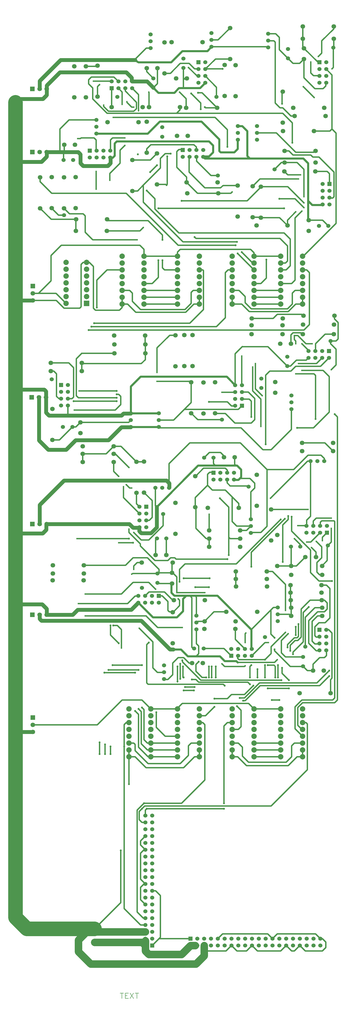
<source format=gtl>
G04 Layer: TopLayer*
G04 EasyEDA v6.1.52, Thu, 18 Jul 2019 05:09:05 GMT*
G04 8382f10332f7419696121afc9098c204,10*
G04 Gerber Generator version 0.2*
G04 Scale: 100 percent, Rotated: No, Reflected: No *
G04 Dimensions in millimeters *
G04 leading zeros omitted , absolute positions ,3 integer and 3 decimal *
%FSLAX33Y33*%
%MOMM*%
G90*
G71D02*

%ADD11C,2.799994*%
%ADD12C,0.499999*%
%ADD13C,0.799998*%
%ADD14C,1.399997*%
%ADD15C,5.399989*%
%ADD16C,0.203200*%
%ADD17C,0.750011*%
%ADD18C,0.619760*%
%ADD19C,1.699997*%
%ADD20R,1.699997X1.699997*%
%ADD22C,1.999996*%
%ADD23R,1.524000X1.524000*%
%ADD24C,1.524000*%

%LPD*%
G54D11*
G01X32941Y38313D02*
G01X50586Y38313D01*
G01X51816Y37084D01*
G01X51816Y38862D02*
G01X51816Y37084D01*
G01X51816Y37084D02*
G01X51816Y35052D01*
G01X53086Y33782D01*
G01X65278Y33782D01*
G01X68580Y37084D01*
G01X70358Y37084D02*
G01X68580Y37084D01*
G54D12*
G01X73660Y37084D02*
G01X73660Y36068D01*
G01X74676Y35052D01*
G01X81788Y35052D01*
G01X83820Y37084D01*
G01X83820Y37084D02*
G01X85852Y35052D01*
G01X89408Y35052D01*
G01X91440Y37084D01*
G01X91440Y37084D02*
G01X93472Y35052D01*
G01X102108Y35052D01*
G01X104140Y37084D01*
G01X104140Y37084D02*
G01X106172Y35052D01*
G01X107188Y35052D01*
G01X109220Y37084D01*
G01X116840Y39624D02*
G01X117602Y39624D01*
G01X118872Y38354D01*
G01X118872Y36322D01*
G01X117602Y35052D01*
G01X111252Y35052D01*
G01X109220Y37084D01*
G01X116840Y39624D02*
G01X115062Y41402D01*
G01X100838Y41402D01*
G01X99060Y39624D01*
G01X99060Y39624D02*
G01X97282Y41402D01*
G01X80518Y41402D01*
G01X78740Y39624D01*
G01X51816Y59944D02*
G01X51308Y59944D01*
G01X50038Y58674D01*
G01X50038Y54102D01*
G01X51816Y52324D01*
G01X51816Y72644D02*
G01X51308Y72644D01*
G01X50038Y71374D01*
G01X50038Y61722D01*
G01X51816Y59944D01*
G01X51816Y77724D02*
G01X50038Y75946D01*
G01X50038Y74422D01*
G01X51816Y72644D01*
G01X45720Y109728D02*
G01X45720Y107188D01*
G01X53848Y124968D02*
G01X63754Y124968D01*
G01X53848Y107188D02*
G01X63754Y107188D01*
G01X53848Y109728D02*
G01X63754Y109728D01*
G01X53848Y112268D02*
G01X63754Y112268D01*
G01X92202Y107188D02*
G01X102108Y107188D01*
G01X92202Y109728D02*
G01X102108Y109728D01*
G01X92202Y112268D02*
G01X102108Y112268D01*
G01X92202Y124968D02*
G01X102108Y124968D01*
G01X110236Y107188D02*
G01X110236Y109728D01*
G01X84074Y107188D02*
G01X84074Y109728D01*
G01X84074Y112268D02*
G01X86360Y112268D01*
G01X87884Y110744D01*
G01X87884Y107442D01*
G01X90170Y105156D01*
G01X104140Y105156D01*
G01X106172Y107188D01*
G01X106172Y111252D01*
G01X107188Y112268D01*
G01X110236Y112268D01*
G01X71882Y109728D02*
G01X71882Y107188D01*
G01X71882Y112268D02*
G01X68834Y112268D01*
G01X67818Y111252D01*
G01X67818Y107696D01*
G01X64770Y104648D01*
G01X52832Y104648D01*
G01X48006Y109474D01*
G01X48006Y111760D01*
G01X47498Y112268D01*
G01X45720Y112268D01*
G01X110236Y107188D02*
G01X108204Y107188D01*
G01X104902Y103886D01*
G01X89408Y103886D01*
G01X86106Y107188D01*
G01X84074Y107188D01*
G01X45720Y107188D02*
G01X48006Y107188D01*
G01X52070Y103124D01*
G01X66040Y103124D01*
G01X70104Y107188D01*
G01X71882Y107188D01*
G01X99433Y142240D02*
G01X86113Y142240D01*
G54D13*
G01X78595Y167022D02*
G01X91186Y154432D01*
G01X91186Y147327D01*
G01X91302Y147210D01*
G54D12*
G01X51816Y47244D02*
G01X51054Y47244D01*
G01X48768Y49530D01*
G01X48768Y87122D01*
G01X48768Y87122D02*
G01X48768Y87376D01*
G01X51308Y89916D01*
G01X51308Y89916D02*
G01X51308Y89916D01*
G01X65278Y89916D01*
G01X73914Y98552D01*
G01X73914Y119126D01*
G01X73152Y119888D01*
G01X71882Y119888D01*
G01X51816Y44704D02*
G01X50038Y44704D01*
G01X43942Y50800D01*
G01X43942Y110998D01*
G01X43942Y110998D02*
G01X43942Y119126D01*
G01X44704Y119888D01*
G01X45720Y119888D01*
G01X51816Y82804D02*
G01X50546Y82804D01*
G01X49530Y83820D01*
G01X49530Y86868D01*
G01X49530Y86868D02*
G01X50546Y87884D01*
G01X50546Y87884D02*
G01X51562Y88900D01*
G01X98552Y88900D01*
G01X112014Y102362D01*
G01X112014Y119380D01*
G01X111506Y119888D01*
G01X110236Y119888D01*
G01X51816Y85344D02*
G01X51816Y87376D01*
G01X52324Y87884D01*
G01X52324Y87884D02*
G01X81026Y87884D01*
G01X100076Y136652D02*
G01X100076Y140746D01*
G01X99598Y141224D01*
G01X97282Y141224D01*
G01X96266Y136652D02*
G01X96266Y141224D01*
G01X96266Y143256D02*
G01X86614Y143256D01*
G01X86106Y143764D01*
G01X86106Y144556D01*
G01X86222Y144670D01*
G01X81280Y133604D02*
G01X80772Y134112D01*
G01X63500Y134112D01*
G01X63754Y135128D02*
G01X63754Y140716D01*
G01X102362Y135636D02*
G01X72390Y135636D01*
G01X65580Y142445D01*
G01X10012Y119062D02*
G01X33972Y119062D01*
G01X43180Y128270D01*
G01X50546Y128270D01*
G01X53848Y124968D01*
G01X63754Y124968D02*
G01X63754Y125222D01*
G01X65532Y127000D01*
G01X90170Y127000D01*
G01X92202Y124968D01*
G01X45720Y97028D02*
G01X45720Y107188D01*
G01X63754Y114808D02*
G01X59182Y114808D01*
G01X55880Y118110D01*
G01X55880Y123698D01*
G54D13*
G01X55996Y200014D02*
G01X71374Y215392D01*
G01X85852Y215392D01*
G54D12*
G01X81026Y89916D02*
G01X81026Y118618D01*
G01X82296Y119888D01*
G01X84074Y119888D01*
G01X74422Y136652D02*
G01X72898Y136652D01*
G01X70612Y138938D01*
G01X70612Y141478D01*
G01X71628Y142494D01*
G01X75438Y136652D02*
G01X75438Y140716D01*
G01X107696Y152400D02*
G01X107696Y155448D01*
G01X82804Y182118D02*
G01X82804Y199898D01*
G01X79502Y203200D01*
G01X77978Y136652D02*
G01X77978Y140716D01*
G01X75692Y173482D02*
G01X66040Y173482D01*
G01X70104Y133096D02*
G01X66548Y133096D01*
G01X66040Y136652D02*
G01X65786Y136652D01*
G01X65786Y140716D01*
G54D14*
G01X12509Y159913D02*
G01X12509Y158432D01*
G01X13208Y157734D01*
G01X42387Y157734D01*
G01X15179Y193654D02*
G01X37952Y193654D01*
G54D12*
G01X82296Y180594D02*
G01X65532Y180594D01*
G01X110236Y117348D02*
G01X109982Y117348D01*
G01X108458Y118872D01*
G01X108458Y125476D01*
G01X110236Y127254D01*
G01X122174Y127254D01*
G01X123190Y128270D01*
G01X123190Y233426D01*
G01X122174Y234442D01*
G01X110236Y114808D02*
G01X107442Y117602D01*
G01X107442Y125730D01*
G01X109982Y128270D01*
G01X121412Y128270D01*
G01X122174Y129032D01*
G01X122174Y187706D01*
G01X85199Y245226D02*
G01X85199Y256900D01*
G01X87807Y259511D01*
G01X87884Y259588D01*
G01X88138Y128016D02*
G01X88900Y128016D01*
G01X94488Y133604D01*
G01X116586Y133604D01*
G01X120142Y137160D01*
G01X86868Y129032D02*
G01X88646Y129032D01*
G01X94234Y134620D01*
G01X115570Y134620D01*
G01X120142Y139192D01*
G01X113192Y183987D02*
G01X107061Y190119D01*
G01X106172Y191008D01*
G01X106172Y191008D02*
G01X106172Y196342D01*
G01X76454Y136652D02*
G01X76454Y140208D01*
G01X76454Y140208D02*
G01X76454Y140716D01*
G01X91186Y177800D02*
G01X91186Y183134D01*
G01X103632Y195580D01*
G01X91186Y233426D02*
G01X91186Y239268D01*
G01X90424Y240030D01*
G01X87853Y240030D01*
G01X87739Y240146D01*
G01X71882Y122428D02*
G01X74168Y122428D01*
G01X77470Y125730D01*
G01X77470Y128778D02*
G01X82296Y128778D01*
G01X83820Y130302D01*
G01X88646Y130302D01*
G01X91948Y133604D01*
G01X93472Y136652D02*
G01X93472Y139700D01*
G01X102870Y179578D02*
G01X102870Y193040D01*
G01X108204Y229362D02*
G01X114300Y229362D01*
G01X120142Y235204D01*
G01X120142Y248412D01*
G01X120142Y248412D01*
G01X69850Y131826D02*
G01X66040Y131826D01*
G01X65580Y142445D02*
G01X65580Y142953D01*
G01X65532Y143002D01*
G01X64770Y136144D02*
G01X64770Y141732D01*
G01X64516Y172212D02*
G01X64516Y176784D01*
G01X66548Y178816D01*
G01X85598Y178816D01*
G01X102108Y195326D01*
G01X96520Y223266D02*
G01X96520Y248904D01*
G01X98044Y250444D01*
G01X41910Y149352D02*
G01X38862Y152400D01*
G01X38862Y155956D01*
G01X75438Y239014D02*
G01X82296Y239014D01*
G01X83820Y237490D01*
G01X85082Y237490D01*
G01X85199Y237606D01*
G01X92202Y275336D02*
G01X102108Y275336D01*
G01X92202Y277876D02*
G01X102108Y277876D01*
G01X92202Y280416D02*
G01X102108Y280416D01*
G01X110236Y277876D02*
G01X110236Y275336D01*
G01X84074Y277876D02*
G01X84074Y275336D01*
G01X43180Y277876D02*
G01X43180Y275336D01*
G01X51308Y277876D02*
G01X63754Y277876D01*
G01X51308Y280416D02*
G01X63754Y280416D01*
G01X51308Y275336D02*
G01X63754Y275336D01*
G01X71882Y275336D02*
G01X71882Y277876D01*
G01X43180Y275336D02*
G01X45212Y275336D01*
G01X48260Y272288D01*
G01X66802Y272288D01*
G01X69850Y275336D01*
G01X71882Y275336D01*
G01X84074Y275336D02*
G01X87630Y275336D01*
G01X90424Y272542D01*
G01X104902Y272542D01*
G01X107696Y275336D01*
G01X110236Y275336D01*
G01X50546Y273304D02*
G01X64536Y273304D01*
G01X64536Y273304D02*
G01X66548Y273304D01*
G01X68834Y275590D01*
G01X68834Y279654D01*
G01X69596Y280416D01*
G01X71882Y280416D01*
G01X50546Y273304D02*
G01X50038Y273304D01*
G01X46990Y276352D01*
G01X46990Y279400D01*
G01X45974Y280416D01*
G01X43180Y280416D01*
G01X84074Y280416D02*
G01X86614Y280416D01*
G01X88900Y278130D01*
G01X88900Y275844D01*
G01X91186Y273558D01*
G01X104648Y273558D01*
G01X106426Y275336D01*
G01X106426Y279400D01*
G01X107442Y280416D01*
G01X110236Y280416D01*
G01X53848Y112268D02*
G01X52578Y112268D01*
G01X51308Y113538D01*
G01X51308Y124714D01*
G01X50546Y125476D01*
G01X53848Y109728D02*
G01X52578Y109728D01*
G01X50292Y112014D01*
G01X50292Y123952D01*
G01X49276Y124968D01*
G01X53848Y107188D02*
G01X52832Y107188D01*
G01X49276Y110744D01*
G01X49276Y122936D01*
G01X48006Y124206D01*
G01X48006Y138430D02*
G01X36576Y138430D01*
G01X49276Y139446D02*
G01X38100Y139446D01*
G01X50546Y141224D02*
G01X39624Y141224D01*
G01X33782Y274066D02*
G01X33782Y284226D01*
G01X37592Y288036D01*
G01X43180Y288036D01*
G01X38862Y108204D02*
G01X38862Y110998D01*
G01X32766Y268224D02*
G01X68326Y268224D01*
G01X73406Y273304D01*
G01X73406Y287782D01*
G01X73152Y288036D01*
G01X71882Y288036D01*
G01X36830Y108204D02*
G01X36830Y111760D01*
G01X31750Y266954D02*
G01X78232Y266954D01*
G01X81534Y270256D01*
G01X81534Y287020D01*
G01X82550Y288036D01*
G01X84074Y288036D01*
G01X34798Y108204D02*
G01X34798Y112522D01*
G01X30734Y265684D02*
G01X110744Y265684D01*
G01X112776Y267716D01*
G01X112776Y287020D01*
G01X111760Y288036D01*
G01X110236Y288036D01*
G01X51308Y293116D02*
G01X63754Y293116D01*
G01X63754Y293116D02*
G01X63754Y294640D01*
G01X64770Y295656D01*
G01X90932Y295656D01*
G01X92202Y294386D01*
G01X92202Y293672D01*
G01X92202Y293116D02*
G01X102108Y293116D01*
G01X10012Y279336D02*
G01X18605Y279336D01*
G01X22352Y275590D01*
G01X10012Y279336D02*
G01X12128Y279336D01*
G01X16764Y283972D01*
G01X16764Y293370D01*
G01X20574Y297180D01*
G01X49784Y297180D01*
G01X51308Y295656D01*
G01X51308Y293116D01*
G01X10012Y276666D02*
G01X18735Y276666D01*
G01X21590Y273812D01*
G01X27432Y273812D01*
G01X27940Y274320D01*
G01X27940Y290068D01*
G01X28702Y290830D01*
G01X29972Y290830D01*
G01X29972Y290830D02*
G01X30988Y290830D01*
G01X32512Y289306D01*
G01X32512Y273812D01*
G01X33274Y273050D01*
G01X42164Y273050D01*
G01X43180Y274066D01*
G01X43180Y275336D01*
G01X41148Y239268D02*
G01X25146Y239268D01*
G54D13*
G01X39624Y329692D02*
G01X40386Y330454D01*
G01X40386Y335026D01*
G01X41148Y335788D01*
G01X75438Y335788D01*
G01X76962Y334264D01*
G01X76962Y331724D01*
G01X75438Y330200D01*
G01X73413Y330200D01*
G01X73268Y330055D01*
G01X73268Y330052D02*
G01X73914Y329438D01*
G01X110236Y329438D01*
G54D14*
G01X15179Y331830D02*
G01X26845Y331830D01*
G54D13*
G01X61219Y365135D02*
G01X49159Y365135D01*
G01X48260Y365760D01*
G54D14*
G01X12509Y355239D02*
G01X12509Y358203D01*
G01X20320Y366014D01*
G01X48006Y366014D01*
G54D12*
G01X110236Y293116D02*
G01X110490Y293116D01*
G01X122682Y305308D01*
G01X122682Y338836D01*
G01X121158Y340360D01*
G01X121158Y351251D01*
G01X102108Y282956D02*
G01X106172Y282956D01*
G01X107442Y284226D01*
G01X107442Y307340D01*
G01X109982Y309880D01*
G01X80518Y362712D02*
G01X74175Y362712D01*
G01X74061Y362595D01*
G01X106426Y335280D02*
G01X106426Y342646D01*
G01X102870Y346202D01*
G01X46482Y346202D01*
G01X82296Y333756D02*
G01X82296Y340106D01*
G01X77724Y344678D01*
G01X46032Y344678D01*
G01X51308Y282956D02*
G01X54356Y282956D01*
G01X56642Y285242D01*
G01X56642Y291592D01*
G01X56642Y310896D02*
G01X103378Y310896D01*
G01X63754Y288036D02*
G01X58928Y288036D01*
G01X58166Y288798D01*
G01X58166Y291592D01*
G01X65278Y313690D02*
G01X89662Y313690D01*
G01X94221Y318249D01*
G01X94762Y318975D01*
G01X92202Y290576D02*
G01X91694Y290576D01*
G01X87630Y294640D01*
G01X85852Y298450D02*
G01X65786Y298450D01*
G01X51054Y313182D01*
G01X51054Y319532D01*
G01X57404Y325882D01*
G01X57404Y329438D01*
G01X59182Y331216D01*
G01X61214Y331216D01*
G01X92202Y282956D02*
G01X94742Y282956D01*
G01X96774Y284988D01*
G01X96774Y291846D01*
G01X92202Y288036D02*
G01X86106Y294132D01*
G01X102108Y290576D02*
G01X103886Y290576D01*
G01X104648Y291338D01*
G01X104648Y296926D01*
G01X101854Y299720D01*
G01X70612Y299720D01*
G01X70104Y300228D01*
G01X102108Y288036D02*
G01X104140Y288036D01*
G01X105664Y289560D01*
G01X105664Y299466D01*
G01X103378Y301752D01*
G01X64262Y301752D01*
G01X55372Y310642D01*
G01X55372Y314452D01*
G01X52324Y317500D01*
G01X108712Y364744D02*
G01X106707Y364744D01*
G01X104838Y366613D01*
G01X108712Y364744D02*
G01X109141Y364744D01*
G01X110744Y366346D01*
G01X56309Y362966D02*
G01X56309Y357200D01*
G01X54800Y355691D01*
G01X67231Y359156D02*
G01X66484Y359156D01*
G01X65976Y358648D01*
G01X21671Y334518D02*
G01X21671Y332308D01*
G01X21191Y331830D01*
G01X21427Y328866D02*
G01X21427Y331482D01*
G01X21082Y331830D01*
G01X112522Y306496D02*
G01X117655Y306496D01*
G01X119796Y304355D01*
G01X78858Y316504D02*
G01X71168Y316504D01*
G01X67104Y320568D01*
G01X70337Y211444D02*
G01X70477Y211444D01*
G01X73406Y214376D01*
G01X81534Y214376D01*
G01X82296Y213614D01*
G01X82296Y212844D01*
G01X82158Y212704D01*
G01X114124Y139192D02*
G01X112041Y139192D01*
G01X110426Y140807D01*
G01X69941Y147383D02*
G01X69088Y147828D01*
G01X69088Y166260D01*
G01X68326Y167022D01*
G01X61722Y171530D02*
G01X56589Y171530D01*
G01X56323Y171795D01*
G54D11*
G01X32941Y43314D02*
G01X31122Y43314D01*
G01X26924Y39116D01*
G01X26924Y34798D01*
G01X31496Y30226D01*
G01X70612Y30226D01*
G01X73660Y33274D01*
G01X73660Y37084D01*
G54D12*
G01X68580Y39624D02*
G01X56896Y39624D01*
G01X54356Y37084D01*
G01X42672Y72390D02*
G01X42672Y53045D01*
G01X32941Y43314D01*
G54D13*
G01X85852Y215392D02*
G01X87376Y213868D01*
G01X87376Y211074D01*
G01X86360Y210058D01*
G01X84805Y210058D01*
G01X84698Y210164D01*
G54D15*
G01X32941Y43314D02*
G01X7739Y43314D01*
G01X3556Y47498D01*
G01X3556Y350266D01*
G54D11*
G01X51816Y42164D02*
G01X34089Y42164D01*
G01X32941Y43314D01*
G54D14*
G01X10012Y116392D02*
G01X3601Y116392D01*
G01X3556Y116344D01*
G01X15179Y159913D02*
G01X15179Y162112D01*
G01X13462Y163830D01*
G01X3627Y163830D01*
G01X3556Y163758D01*
G01X10012Y276666D02*
G01X3619Y276666D01*
G01X3556Y276603D01*
G01X15179Y355239D02*
G01X15179Y352999D01*
G01X13716Y351536D01*
G01X3556Y351536D01*
G54D12*
G01X72390Y347726D02*
G01X72390Y350012D01*
G01X68834Y353568D01*
G01X63500Y134112D02*
G01X52832Y134112D01*
G01X52324Y134620D01*
G01X52324Y148844D01*
G01X53086Y149606D01*
G01X69088Y135890D02*
G01X70612Y135890D01*
G01X71628Y134874D01*
G01X89916Y134874D01*
G01X90678Y134112D01*
G01X90678Y136652D02*
G01X90678Y140716D01*
G01X91186Y141224D01*
G01X98806Y128270D02*
G01X101600Y128270D01*
G01X101092Y136652D02*
G01X101092Y140970D01*
G01X101092Y140970D02*
G01X101092Y141224D01*
G01X41148Y243078D02*
G01X27178Y243078D01*
G01X39878Y155956D02*
G01X41402Y155956D01*
G01X42926Y154432D01*
G01X42926Y147574D01*
G01X84074Y117348D02*
G01X86360Y117348D01*
G01X87376Y118364D01*
G01X87376Y124460D01*
G01X85852Y125984D01*
G01X113192Y183987D02*
G01X113192Y175605D01*
G01X116332Y172466D01*
G01X121158Y172466D01*
G01X70358Y170180D02*
G01X75438Y170180D01*
G01X53594Y324358D02*
G01X56134Y326898D01*
G01X59944Y330200D02*
G01X59944Y319786D01*
G01X59690Y319532D01*
G54D13*
G01X62514Y353852D02*
G01X64262Y355600D01*
G01X72143Y355600D01*
G01X74061Y357515D01*
G54D12*
G01X65976Y363057D02*
G01X65976Y355600D01*
G01X65913Y355600D01*
G01X54356Y57404D02*
G01X55626Y57404D01*
G01X57404Y55626D01*
G01X57404Y40132D01*
G01X56896Y39624D01*
G01X99433Y142240D02*
G01X99822Y142240D01*
G01X100838Y143256D01*
G01X100909Y160088D02*
G01X105369Y160088D01*
G01X105966Y159491D01*
G01X101019Y162628D02*
G01X99382Y162628D01*
G01X91186Y154432D01*
G01X70793Y159580D02*
G01X70793Y166449D01*
G01X70220Y167022D01*
G54D13*
G01X67564Y144526D02*
G01X79502Y144526D01*
G01X81280Y142748D01*
G01X85605Y142748D01*
G01X86113Y142240D01*
G54D12*
G01X70793Y154500D02*
G01X70793Y149170D01*
G01X71628Y148336D01*
G01X71628Y145439D01*
G01X70714Y144526D01*
G01X73795Y157500D02*
G01X71253Y157500D01*
G01X70793Y157040D01*
G01X81836Y161015D02*
G01X77311Y161015D01*
G01X73795Y157500D01*
G01X73442Y147384D02*
G01X80970Y147384D01*
G01X83682Y144672D01*
G54D13*
G01X67564Y144526D02*
G01X65024Y147066D01*
G01X62230Y147066D01*
G54D14*
G01X62230Y147066D02*
G01X60960Y147066D01*
G01X50292Y157734D01*
G01X42387Y157734D01*
G54D12*
G01X58855Y138498D02*
G01X56319Y138498D01*
G01X54610Y140208D01*
G01X54610Y149860D01*
G01X49530Y154940D01*
G01X52307Y362949D02*
G01X52307Y361684D01*
G01X54799Y359192D01*
G01X53776Y370400D02*
G01X52138Y370400D01*
G01X47752Y366014D01*
G01X76381Y370908D02*
G01X97209Y370908D01*
G01X97463Y370654D01*
G01X110284Y378439D02*
G01X110284Y378439D01*
G01X110284Y373867D01*
G01X110284Y373867D02*
G01X110284Y370791D01*
G01X110727Y370348D01*
G54D14*
G01X15180Y331829D02*
G01X15180Y330140D01*
G01X13208Y328168D01*
G01X3571Y328168D01*
G01X3556Y328183D01*
G54D13*
G01X33599Y338650D02*
G01X52646Y338650D01*
G01X57150Y343154D01*
G01X72644Y343154D01*
G01X79248Y336550D01*
G01X79248Y332232D01*
G01X79756Y331724D01*
G01X84836Y331724D01*
G01X86106Y332994D01*
G01X86106Y336290D01*
G01X86177Y336364D01*
G01X86177Y341444D02*
G01X87815Y341444D01*
G01X89662Y339598D01*
G01X89662Y330347D01*
G01X90571Y329438D01*
G54D12*
G01X78858Y316504D02*
G01X83586Y316504D01*
G01X84074Y316992D01*
G01X67104Y320568D02*
G01X67104Y322531D01*
G01X63500Y326136D01*
G01X63500Y331978D01*
G01X64262Y332740D01*
G01X65502Y332740D01*
G01X65648Y332593D01*
G54D13*
G01X46409Y229684D02*
G01X56823Y229684D01*
G01X46409Y234764D02*
G01X56823Y234764D01*
G54D12*
G01X56823Y232224D02*
G01X62298Y232224D01*
G01X66294Y236220D01*
G01X86351Y236220D01*
G01X87737Y237606D01*
G01X68813Y246331D02*
G01X68813Y238739D01*
G01X66294Y236220D01*
G01X106099Y236288D02*
G01X106099Y228781D01*
G01X98552Y221234D01*
G01X95504Y221234D01*
G01X87376Y229362D01*
G01X57145Y229362D01*
G01X56823Y229684D01*
G01X105966Y178074D02*
G01X105966Y185145D01*
G01X105881Y185230D01*
G01X55609Y182134D02*
G01X55609Y187790D01*
G01X56097Y188278D01*
G01X59609Y182118D02*
G01X59609Y188266D01*
G01X59598Y188278D01*
G54D14*
G01X3556Y190131D02*
G01X13601Y190131D01*
G01X14986Y191516D01*
G01X14986Y193459D01*
G01X15180Y193653D01*
G01X12510Y193653D02*
G01X12510Y200724D01*
G01X21590Y209804D01*
G01X59690Y209804D01*
G01X60706Y208788D01*
G01X60706Y207150D01*
G01X60637Y207082D01*
G54D12*
G01X85009Y218440D02*
G01X85009Y215808D01*
G01X85426Y215392D01*
G01X77124Y218250D02*
G01X77124Y216111D01*
G01X77843Y215392D01*
G01X81009Y218456D02*
G01X81009Y218964D01*
G01X79756Y220218D01*
G01X75591Y220218D01*
G01X73623Y218250D01*
G01X60637Y207081D02*
G01X60637Y216085D01*
G01X68326Y223774D01*
G01X87122Y223774D01*
G01X97028Y213868D01*
G01X97028Y213868D02*
G01X97028Y192786D01*
G01X94742Y190500D01*
G01X91190Y190500D01*
G01X91004Y190314D01*
G01X91004Y195394D02*
G01X91004Y205558D01*
G01X92456Y207010D01*
G01X92456Y208788D01*
G01X90678Y210566D01*
G01X86868Y210566D01*
G01X86360Y210058D01*
G01X91004Y192854D02*
G01X85783Y192854D01*
G01X84074Y194564D01*
G01X84074Y203708D01*
G01X81534Y206248D01*
G01X76708Y206248D01*
G01X74930Y208026D01*
G01X74930Y212090D01*
G01X75692Y212852D01*
G01X76932Y212852D01*
G01X77078Y212705D01*
G01X70337Y199946D02*
G01X70337Y203433D01*
G01X74930Y208026D01*
G01X86478Y199664D02*
G01X86478Y201303D01*
G01X84074Y203708D01*
G01X97028Y213868D02*
G01X106934Y213868D01*
G01X112268Y219202D01*
G01X117094Y219202D01*
G01X118364Y217932D01*
G01X118364Y217055D01*
G01X118295Y216987D01*
G01X113215Y216988D02*
G01X112086Y216988D01*
G01X98298Y203200D01*
G01X105966Y178074D02*
G01X107938Y178074D01*
G01X111235Y181372D01*
G01X102870Y193040D02*
G01X102870Y193294D01*
G01X104902Y195326D01*
G01X104902Y196596D01*
G01X29697Y363679D02*
G01X33761Y363679D01*
G01X34015Y363933D01*
G01X78437Y348254D02*
G01X74147Y348254D01*
G01X73914Y348488D01*
G01X66937Y348254D02*
G01X66937Y351654D01*
G01X64516Y354076D01*
G54D13*
G01X61219Y365135D02*
G01X61351Y365135D01*
G01X65532Y369316D01*
G01X74789Y369316D01*
G01X76381Y370908D01*
G54D12*
G01X58907Y361069D02*
G01X61095Y361069D01*
G01X64770Y364744D01*
G01X68072Y364744D01*
G01X70104Y362712D01*
G01X71403Y362712D01*
G01X71520Y362595D01*
G01X83291Y366403D02*
G01X77868Y366403D01*
G01X74060Y362595D01*
G01X76381Y373448D02*
G01X78836Y373448D01*
G01X83291Y377903D01*
G01X53134Y348467D02*
G01X53134Y354027D01*
G01X53086Y354076D01*
G01X25956Y302534D02*
G01X25956Y306724D01*
G01X26043Y306811D01*
G01X26043Y306811D02*
G01X16812Y306811D01*
G01X12679Y310944D01*
G01X37456Y302534D02*
G01X49804Y302534D01*
G01X51054Y303784D01*
G01X91673Y307642D02*
G01X94595Y307642D01*
G01X94762Y307475D01*
G01X94762Y307475D02*
G01X101650Y307475D01*
G01X104599Y304525D01*
G01X104599Y304525D02*
G01X104599Y306529D01*
G01X107696Y309626D01*
G01X108712Y321818D02*
G01X94349Y321818D01*
G01X91673Y319142D01*
G01X56113Y319834D02*
G01X59387Y319834D01*
G01X59690Y319532D01*
G01X86085Y319396D02*
G01X80636Y319396D01*
G01X79756Y318516D01*
G01X73914Y318516D01*
G01X68072Y324358D01*
G01X68072Y329937D01*
G01X68188Y330053D01*
G01X47010Y317381D02*
G01X48903Y317381D01*
G01X51054Y319532D01*
G01X47010Y328881D02*
G01X53661Y328881D01*
G01X56113Y331334D01*
G01X51680Y263631D02*
G01X51680Y260457D01*
G01X51767Y260370D01*
G01X51767Y260370D02*
G01X51767Y257068D01*
G01X51767Y257068D02*
G01X51767Y254713D01*
G01X50292Y253238D01*
G01X28420Y253238D01*
G01X28145Y253512D01*
G01X28145Y250464D02*
G01X28145Y253512D01*
G01X40267Y257068D02*
G01X28214Y257068D01*
G01X28194Y257048D01*
G01X91694Y251968D02*
G01X91694Y243078D01*
G01X94742Y240030D01*
G01X94742Y229870D01*
G01X92710Y253238D02*
G01X92710Y243840D01*
G01X95250Y241300D01*
G01X87630Y256032D02*
G01X87630Y245334D01*
G01X87737Y245226D01*
G01X91321Y270022D02*
G01X99334Y270022D01*
G01X100838Y271526D01*
G01X110009Y271526D01*
G01X110538Y270997D01*
G01X109982Y250698D02*
G01X113792Y250698D01*
G01X105934Y260620D02*
G01X105934Y263922D01*
G01X106680Y264668D01*
G01X109755Y264668D01*
G01X110284Y264139D01*
G01X107188Y263652D02*
G01X107188Y262128D01*
G01X107696Y261620D01*
G01X107696Y260604D01*
G01X107696Y249428D02*
G01X114417Y249428D01*
G01X115029Y248815D01*
G01X115062Y248783D01*
G01X39996Y222524D02*
G01X42749Y222524D01*
G01X48493Y216780D01*
G01X48493Y216780D02*
G01X51240Y216780D01*
G01X51328Y216867D01*
G01X46736Y207010D02*
G01X45974Y207010D01*
G01X44704Y208280D01*
G01X28496Y216682D02*
G01X28496Y219730D01*
G01X28496Y219730D02*
G01X37202Y219730D01*
G01X39996Y222524D01*
G01X39996Y216682D02*
G01X39996Y213241D01*
G01X41910Y211328D01*
G01X41910Y186690D02*
G01X46990Y186690D01*
G01X47244Y186690D01*
G01X75486Y185186D02*
G01X75486Y188234D01*
G01X75486Y188234D02*
G01X74401Y188234D01*
G01X70612Y192024D01*
G01X70612Y199671D01*
G01X70337Y199946D01*
G01X86986Y191282D02*
G01X89432Y191282D01*
G01X91004Y192854D01*
G01X75486Y191282D02*
G01X75486Y197309D01*
G01X86986Y188234D02*
G01X83268Y188234D01*
G01X82804Y188699D01*
G01X100817Y178102D02*
G01X105938Y178102D01*
G01X105966Y178074D01*
G01X110030Y223794D02*
G01X118482Y223794D01*
G01X121530Y220746D01*
G01X105712Y170921D02*
G01X105712Y168127D01*
G01X105712Y168127D02*
G01X105712Y165461D01*
G01X105799Y165374D01*
G01X105799Y165374D02*
G01X105799Y162706D01*
G01X105966Y162539D01*
G01X105966Y162539D02*
G01X105966Y159491D01*
G01X110425Y144308D02*
G01X103849Y144308D01*
G01X102362Y145796D01*
G01X102362Y150368D01*
G01X104902Y152908D01*
G01X85392Y176001D02*
G01X85392Y173207D01*
G01X85392Y173207D02*
G01X85392Y170541D01*
G01X85479Y170454D01*
G01X115236Y181356D02*
G01X115236Y183213D01*
G01X113538Y184912D01*
G01X97536Y149606D02*
G01X96236Y149606D01*
G01X91302Y144672D01*
G01X88900Y149606D02*
G01X88900Y152908D01*
G01X89154Y153162D01*
G01X96892Y176001D02*
G01X99080Y176001D01*
G01X103886Y171196D01*
G01X103886Y161544D01*
G01X103886Y153416D02*
G01X98552Y148082D01*
G01X98552Y145542D01*
G01X96266Y143256D01*
G01X61996Y160900D02*
G01X62094Y160900D01*
G01X64516Y163322D01*
G01X64516Y165354D01*
G01X64008Y165862D01*
G01X63500Y168148D02*
G01X73914Y168148D01*
G01X61705Y175530D02*
G01X61705Y179122D01*
G01X61927Y179344D01*
G01X61705Y175530D02*
G01X56557Y175530D01*
G01X56323Y175296D01*
G01X56323Y175296D02*
G01X47026Y175296D01*
G01X46736Y175006D01*
G01X28907Y178328D02*
G01X44470Y178328D01*
G01X47244Y181102D01*
G01X52578Y181102D01*
G01X56896Y176784D01*
G01X56896Y175867D01*
G01X56324Y175295D01*
G01X61705Y175530D02*
G01X61959Y175530D01*
G01X63500Y173990D01*
G01X63500Y168148D01*
G01X26416Y188214D02*
G01X45720Y188214D01*
G01X24674Y229680D02*
G01X25940Y229680D01*
G01X27669Y231410D01*
G01X17251Y224925D02*
G01X19919Y224925D01*
G01X24674Y229680D01*
G01X63012Y263770D02*
G01X60824Y263770D01*
G01X56134Y259080D01*
G01X56134Y249936D01*
G01X56134Y246634D02*
G01X68511Y246634D01*
G01X68813Y246331D01*
G01X71374Y353822D02*
G01X72870Y353822D01*
G01X78437Y348254D01*
G01X69168Y141986D02*
G01X68072Y141986D01*
G01X66040Y144018D01*
G01X64008Y144018D01*
G01X61976Y141986D01*
G01X61976Y137668D01*
G01X60198Y135890D01*
G01X58932Y135890D01*
G01X58746Y136075D01*
G01X114126Y139192D02*
G01X114126Y141558D01*
G01X116586Y144018D01*
G01X118364Y144018D01*
G01X119126Y144780D01*
G01X119126Y146587D01*
G01X119018Y146695D01*
G01X98467Y161713D02*
G01X98467Y152738D01*
G01X99822Y151384D01*
G01X99822Y147066D02*
G01X99822Y146558D01*
G01X105664Y140716D01*
G01X110334Y140716D01*
G01X110425Y140807D01*
G01X111252Y148082D02*
G01X111252Y159004D01*
G01X114808Y162560D01*
G01X117446Y162560D01*
G01X117466Y162539D01*
G01X117299Y165374D02*
G01X118343Y165374D01*
G01X119380Y164338D01*
G01X119380Y162052D01*
G01X118364Y161036D01*
G01X115824Y161036D01*
G01X112522Y157734D01*
G01X112522Y149352D01*
G01X115316Y146558D01*
G01X116339Y146558D01*
G01X116479Y146695D01*
G01X117466Y159491D02*
G01X115803Y159491D01*
G01X113792Y157480D01*
G01X113792Y150114D01*
G01X114808Y149098D01*
G01X116340Y149098D01*
G01X116478Y149235D01*
G01X117212Y170921D02*
G01X119146Y170921D01*
G01X120396Y169672D01*
G01X120396Y158750D01*
G01X118618Y156972D01*
G01X116332Y156972D01*
G01X114808Y155448D01*
G01X114808Y152146D01*
G01X115316Y151638D01*
G01X116340Y151638D01*
G01X116478Y151775D01*
G01X120601Y130830D02*
G01X120601Y135841D01*
G01X121158Y136398D01*
G01X121158Y153162D01*
G01X119888Y154432D01*
G01X119134Y154432D01*
G01X119018Y154315D01*
G01X104648Y147828D02*
G01X104648Y148844D01*
G01X107188Y151384D01*
G01X108204Y151384D01*
G01X108712Y151892D01*
G01X108712Y156464D01*
G01X105664Y146558D02*
G01X105664Y148590D01*
G01X107442Y150368D01*
G01X108458Y150368D01*
G01X109728Y151638D01*
G01X109728Y162052D01*
G01X113030Y165354D01*
G01X117299Y165374D01*
G01X106680Y145288D02*
G01X106680Y146050D01*
G01X110490Y149860D01*
G01X110490Y160782D01*
G01X112522Y162814D01*
G01X102616Y140208D02*
G01X102616Y138176D01*
G01X105156Y135636D01*
G01X105156Y132588D02*
G01X97282Y132588D01*
G54D14*
G01X15180Y159914D02*
G01X24786Y159914D01*
G01X26670Y161798D01*
G01X46511Y161798D01*
G01X49159Y164445D01*
G54D12*
G01X56779Y166987D02*
G01X58059Y166987D01*
G01X60198Y164846D01*
G01X60198Y161544D01*
G01X60706Y161036D01*
G01X61859Y161036D01*
G01X61996Y160901D01*
G01X62367Y165374D02*
G01X61539Y165790D01*
G01X58928Y168402D01*
G01X53116Y168402D01*
G01X51699Y166987D01*
G01X26924Y164084D02*
G01X45212Y164084D01*
G01X48006Y166878D01*
G01X49052Y166878D01*
G01X49159Y166985D01*
G01X29464Y159512D02*
G01X52070Y159512D01*
G01X29464Y167640D02*
G01X42926Y167640D01*
G01X47244Y171958D01*
G01X53086Y171958D01*
G01X55626Y169418D01*
G01X47498Y176784D02*
G01X47498Y178054D01*
G01X48768Y179324D01*
G01X50407Y179324D01*
G01X50427Y179344D01*
G54D13*
G01X78595Y167022D02*
G01X66946Y167022D01*
G01X65786Y165862D01*
G01X65786Y161290D01*
G01X63500Y159004D01*
G01X54610Y159004D01*
G01X54610Y159004D02*
G01X54601Y159004D01*
G01X49159Y164445D01*
G01X66946Y167022D02*
G01X62593Y167022D01*
G01X61468Y168148D01*
G01X61468Y171276D01*
G01X61722Y171530D01*
G54D12*
G01X65532Y155194D02*
G01X56388Y155194D01*
G01X52070Y159512D01*
G01X122174Y187706D02*
G01X122174Y194564D01*
G01X121920Y194818D01*
G01X117348Y194818D01*
G01X116840Y194310D01*
G01X116840Y193048D01*
G01X116723Y192932D01*
G01X111760Y186944D02*
G01X113275Y186944D01*
G01X116723Y190392D01*
G01X113215Y216987D02*
G01X113215Y196527D01*
G01X111760Y195072D01*
G01X111760Y193047D01*
G01X111643Y192930D01*
G01X98572Y199087D02*
G01X112219Y199087D01*
G01X117602Y187452D02*
G01X117602Y188730D01*
G01X119263Y190392D01*
G01X109382Y185230D02*
G01X109382Y186019D01*
G01X107188Y188214D01*
G01X108458Y193040D02*
G01X111535Y193040D01*
G01X111643Y192932D01*
G01X117466Y174772D02*
G01X116565Y174772D01*
G01X115570Y175768D01*
G01X115570Y179324D01*
G01X117348Y181102D01*
G01X117348Y185166D01*
G01X115316Y187198D01*
G01X114183Y192930D02*
G01X114183Y194701D01*
G01X115316Y195834D01*
G01X120904Y195834D01*
G01X120904Y195834D01*
G01X120904Y192024D02*
G01X120904Y186944D01*
G01X119634Y185674D01*
G01X117466Y178074D02*
G01X117466Y178172D01*
G01X119380Y180086D01*
G01X119380Y185420D01*
G01X119634Y185674D01*
G54D14*
G01X37952Y193654D02*
G01X45867Y193654D01*
G01X47244Y192278D01*
G01X49500Y192278D01*
G01X49637Y192415D01*
G01X55996Y200014D02*
G01X55996Y192394D01*
G01X55996Y192394D02*
G01X55996Y192394D01*
G01X53848Y190246D01*
G01X50292Y190246D01*
G01X49530Y191008D01*
G01X49530Y192308D01*
G01X49636Y192415D01*
G54D12*
G01X55557Y207082D02*
G01X55557Y200453D01*
G01X55996Y200014D01*
G01X48493Y205280D02*
G01X48493Y201179D01*
G01X49637Y200035D01*
G01X52177Y194955D02*
G01X53223Y194955D01*
G01X54356Y196088D01*
G01X54356Y202339D01*
G01X51328Y205367D01*
G01X39996Y219730D02*
G01X40619Y219730D01*
G01X45720Y214630D01*
G01X43688Y207518D02*
G01X43688Y203445D01*
G01X49637Y197495D01*
G01X58420Y197358D02*
G01X58420Y193040D01*
G01X53086Y187706D01*
G01X50292Y187706D01*
G01X47498Y190500D01*
G01X65532Y180594D02*
G01X63246Y180594D01*
G01X62738Y181102D01*
G01X61214Y181102D01*
G01X60198Y180086D01*
G01X55372Y180086D01*
G01X49903Y185554D01*
G01X49903Y185554D02*
G01X49903Y186316D01*
G01X45720Y190500D01*
G01X45720Y191770D01*
G01X115028Y248815D02*
G01X115028Y232697D01*
G01X115062Y232664D01*
G01X98044Y250444D02*
G01X105918Y250444D01*
G01X107696Y252222D01*
G01X116869Y252222D01*
G01X120025Y255377D01*
G01X120142Y248412D02*
G01X117856Y250698D01*
G01X113792Y250698D01*
G01X120650Y261620D02*
G01X120650Y260604D01*
G01X122682Y258572D01*
G01X122682Y252730D01*
G01X120904Y250952D01*
G01X121782Y264139D02*
G01X118597Y264139D01*
G01X115062Y260604D01*
G01X115062Y257967D01*
G01X114945Y257919D01*
G01X112405Y257917D02*
G01X112405Y258180D01*
G01X109982Y260604D01*
G01X122036Y270997D02*
G01X122036Y269882D01*
G01X123444Y268478D01*
G01X123444Y262382D01*
G01X122682Y261620D01*
G01X120650Y261620D01*
G01X87807Y259511D02*
G01X97386Y259511D01*
G01X104583Y252313D01*
G01X104584Y252313D02*
G01X105755Y252313D01*
G01X107950Y254508D01*
G01X111536Y254508D01*
G01X112405Y255379D01*
G01X108712Y253238D02*
G01X115345Y253238D01*
G01X117485Y255377D01*
G01X107188Y263652D02*
G01X108458Y263652D01*
G01X111506Y260604D01*
G01X113792Y260604D01*
G54D14*
G01X14925Y240685D02*
G01X14925Y242884D01*
G01X14221Y243588D01*
G01X3556Y243573D01*
G01X12255Y240685D02*
G01X12255Y224726D01*
G01X15748Y221234D01*
G01X22352Y221234D01*
G01X25908Y224790D01*
G01X38100Y224790D01*
G01X42926Y229616D01*
G01X46342Y229616D01*
G01X46410Y229684D01*
G01X14926Y240686D02*
G01X14926Y235009D01*
G01X16002Y233934D01*
G01X42926Y233934D01*
G01X43688Y234696D01*
G01X46341Y234696D01*
G01X46409Y234764D01*
G54D13*
G01X46410Y234764D02*
G01X46410Y244784D01*
G01X50038Y248412D01*
G01X82011Y248412D01*
G01X85196Y245226D01*
G54D12*
G01X23006Y237627D02*
G01X23006Y233957D01*
G01X22982Y233934D01*
G01X20466Y240167D02*
G01X19674Y240167D01*
G01X18796Y241046D01*
G01X18796Y249428D01*
G01X17780Y250444D01*
G01X16665Y250444D01*
G01X16645Y250464D01*
G01X23006Y240167D02*
G01X24521Y240167D01*
G01X25146Y240792D01*
G01X25146Y251714D01*
G01X23368Y253492D01*
G01X16665Y253492D01*
G01X16645Y253512D01*
G01X27669Y231410D02*
G01X45595Y231410D01*
G01X46409Y232224D01*
G01X41148Y240538D02*
G01X26924Y240538D01*
G01X26162Y241300D01*
G01X26162Y255016D01*
G01X28194Y257048D01*
G01X41148Y241808D02*
G01X41910Y241808D01*
G01X42672Y241046D01*
G01X42672Y237998D01*
G01X40640Y235966D01*
G01X25400Y235966D01*
G54D13*
G01X39624Y329692D02*
G01X38832Y329692D01*
G01X38724Y329799D01*
G54D14*
G01X26845Y331830D02*
G01X26845Y331802D01*
G01X27686Y330962D01*
G01X27686Y327660D01*
G01X28702Y326644D01*
G01X37846Y326644D01*
G01X38862Y327660D01*
G01X38862Y329662D01*
G01X38724Y329799D01*
G54D12*
G01X33600Y343730D02*
G01X23436Y343730D01*
G01X20066Y340360D01*
G01X20066Y332126D01*
G01X19770Y331830D01*
G01X26670Y336804D02*
G01X27686Y336804D01*
G01X27940Y337058D01*
G01X32766Y337058D01*
G01X33528Y336296D01*
G01X33528Y332456D01*
G01X33644Y332339D01*
G01X48768Y299212D02*
G01X32258Y299212D01*
G01X29464Y302006D01*
G01X29464Y308102D01*
G01X28702Y308864D01*
G01X23649Y308864D01*
G01X21569Y310944D01*
G01X58166Y299212D02*
G01X58166Y300990D01*
G01X52832Y306324D01*
G01X38031Y306324D01*
G01X37543Y306811D01*
G01X17038Y311031D02*
G01X17038Y310875D01*
G01X19558Y308356D01*
G01X21590Y308356D01*
G01X85344Y297180D02*
G01X64008Y297180D01*
G01X44704Y316484D01*
G01X17018Y316484D01*
G01X12700Y320802D01*
G01X12700Y322424D01*
G01X12679Y322444D01*
G01X33528Y318008D02*
G01X33528Y324612D01*
G01X38608Y321310D02*
G01X38608Y323850D01*
G01X42418Y327660D01*
G01X42418Y332486D01*
G01X44196Y334264D01*
G01X44196Y337058D02*
G01X39624Y337058D01*
G01X38862Y336296D01*
G01X38862Y332477D01*
G01X38724Y332339D01*
G54D13*
G01X110236Y329438D02*
G01X110490Y329438D01*
G01X112268Y327660D01*
G01X112268Y306751D01*
G01X112522Y306497D01*
G54D12*
G01X93290Y338904D02*
G01X100515Y338904D01*
G01X107696Y331724D01*
G01X114526Y331724D01*
G01X115013Y332211D01*
G01X120248Y319923D02*
G01X120248Y323740D01*
G01X119380Y324612D01*
G01X114924Y324632D01*
G54D13*
G01X112268Y313779D02*
G01X112268Y313690D01*
G01X113792Y312166D01*
G01X117572Y312166D01*
G01X117709Y312303D01*
G54D12*
G01X103513Y332211D02*
G01X105176Y332211D01*
G01X106680Y330708D01*
G01X113284Y330708D01*
G01X114046Y329946D01*
G01X116332Y329946D01*
G01X121412Y324866D01*
G01X121926Y324351D01*
G01X121926Y315220D01*
G01X121412Y314706D01*
G01X120387Y314706D01*
G01X120249Y314843D01*
G01X103513Y327893D02*
G01X102341Y327893D01*
G01X99822Y325374D01*
G01X103515Y327893D02*
G01X108224Y327893D01*
G01X110744Y325374D01*
G01X110744Y315214D01*
G01X109474Y323342D02*
G01X104716Y323342D01*
G01X103426Y324632D01*
G01X101600Y314452D02*
G01X107442Y314452D01*
G01X110744Y311150D01*
G01X94762Y318975D02*
G01X104696Y318975D01*
G01X110744Y312928D01*
G01X110727Y370348D02*
G01X115940Y365135D01*
G01X116478Y365135D01*
G01X102616Y349758D02*
G01X102616Y354048D01*
G01X102849Y354281D01*
G01X110744Y366348D02*
G01X110744Y359410D01*
G01X114808Y355346D01*
G01X117856Y355346D01*
G01X118872Y356362D01*
G01X118872Y357369D01*
G01X119018Y357515D01*
G01X97463Y375734D02*
G01X100261Y375734D01*
G01X101600Y374396D01*
G01X101600Y369851D01*
G01X104837Y366613D01*
G01X107236Y345165D02*
G01X105938Y345165D01*
G01X102870Y348234D01*
G01X101854Y348234D01*
G01X100076Y350012D01*
G01X100076Y372618D01*
G01X99568Y373126D01*
G01X97531Y373126D01*
G01X97463Y373194D01*
G01X121784Y373867D02*
G01X121784Y370704D01*
G01X121666Y370586D01*
G01X121158Y351251D02*
G01X121158Y360455D01*
G01X119018Y362595D01*
G01X114418Y339577D02*
G01X120375Y339577D01*
G01X121158Y340360D01*
G01X114554Y352044D02*
G01X110490Y356108D01*
G01X121784Y378439D02*
G01X121784Y377562D01*
G01X117348Y373126D01*
G01X117348Y368554D01*
G01X116078Y367284D01*
G01X113284Y365252D02*
G01X113284Y361188D01*
G01X114300Y360172D01*
G01X116361Y360172D01*
G01X116478Y360055D01*
G01X121666Y370586D02*
G01X121666Y363220D01*
G01X121158Y362712D01*
G54D14*
G01X15180Y355240D02*
G01X15180Y356556D01*
G01X20066Y361442D01*
G01X44704Y361442D01*
G01X46736Y359410D01*
G01X46736Y358148D01*
G01X46852Y358032D01*
G01X46852Y358032D02*
G01X52459Y358032D01*
G01X54799Y355691D01*
G54D13*
G01X62514Y353852D02*
G01X56639Y353852D01*
G01X54799Y355691D01*
G54D12*
G01X39251Y348508D02*
G01X39232Y348527D01*
G01X39232Y355492D01*
G01X32512Y358140D02*
G01X39124Y358140D01*
G01X39232Y358032D01*
G01X46482Y346202D02*
G01X37592Y346202D01*
G01X32258Y351536D01*
G01X32258Y355600D01*
G01X30734Y357124D01*
G01X30734Y358648D01*
G01X31750Y359664D01*
G01X40139Y359664D01*
G01X41772Y358030D01*
G01X64634Y348467D02*
G01X64634Y347442D01*
G01X63393Y346202D01*
G01X46032Y344678D02*
G01X39878Y344678D01*
G01X43180Y349504D02*
G01X43180Y354084D01*
G01X41772Y355492D01*
G01X34015Y352433D02*
G01X34015Y356087D01*
G01X34798Y356870D01*
G01X44958Y350520D02*
G01X44958Y350266D01*
G01X46736Y348488D01*
G01X47498Y348488D01*
G01X49227Y347169D02*
G01X49227Y353116D01*
G01X46852Y355492D01*
G01X44312Y355492D02*
G01X44312Y354467D01*
G01X48472Y350307D01*
G01X48472Y347938D01*
G01X47498Y346964D01*
G01X38100Y346964D01*
G01X36322Y348742D01*
G01X36322Y349250D01*
G01X78232Y352298D02*
G01X78232Y355883D01*
G01X74060Y360055D01*
G01X71520Y360055D02*
G01X70982Y360055D01*
G01X67818Y363220D01*
G01X78740Y323088D02*
G01X76200Y323088D01*
G01X70866Y328422D01*
G01X70866Y329916D01*
G01X70728Y330053D01*
G01X70728Y332593D02*
G01X70728Y333639D01*
G01X69850Y334518D01*
G01X53848Y334518D01*
G01X52324Y332994D01*
G01X52324Y331625D01*
G01X52344Y331605D01*
G01X80264Y232410D02*
G01X71235Y232410D01*
G01X68813Y234831D01*
G01X80264Y242570D02*
G01X85081Y242570D01*
G01X85197Y242686D01*
G01X87737Y242686D02*
G01X90053Y242686D01*
G01X92456Y240284D01*
G01X92456Y232410D01*
G01X91186Y231140D01*
G01X85090Y231140D01*
G01X81534Y234696D01*
G01X77839Y234696D01*
G01X77703Y234831D01*
G01X82158Y210165D02*
G01X82158Y208925D01*
G01X83312Y207772D01*
G01X89916Y207772D01*
G01X90170Y207518D01*
G01X85208Y154665D02*
G01X85208Y150766D01*
G01X88762Y147212D01*
G01X80264Y141732D02*
G01X81280Y140716D01*
G01X88646Y140716D01*
G01X88900Y140970D01*
G54D16*
G01X43065Y19395D02*
G01X43065Y17457D01*
G01X42418Y19395D02*
G01X43710Y19395D01*
G01X44320Y19395D02*
G01X44320Y17457D01*
G01X44320Y19395D02*
G01X45521Y19395D01*
G01X44320Y18473D02*
G01X45059Y18473D01*
G01X44320Y17457D02*
G01X45521Y17457D01*
G01X46131Y19395D02*
G01X47424Y17457D01*
G01X47424Y19395D02*
G01X46131Y17457D01*
G01X48679Y19395D02*
G01X48679Y17457D01*
G01X48033Y19395D02*
G01X49326Y19395D01*
G54D19*
G01X12510Y193653D03*
G36*
G01X10690Y192803D02*
G01X8989Y192803D01*
G01X8989Y194503D01*
G01X10690Y194503D01*
G01X10690Y192803D01*
G37*
G01X15180Y193653D03*
G01X12510Y331829D03*
G36*
G01X10690Y330979D02*
G01X8989Y330979D01*
G01X8989Y332679D01*
G01X10690Y332679D01*
G01X10690Y330979D01*
G37*
G01X15180Y331829D03*
G36*
G01X31940Y37315D02*
G01X31940Y39314D01*
G01X33939Y39314D01*
G01X33939Y37315D01*
G01X31940Y37315D01*
G37*
G54D22*
G01X32939Y43314D03*
G36*
G01X67818Y38862D02*
G01X67818Y40386D01*
G01X69342Y40386D01*
G01X69342Y38862D01*
G01X67818Y38862D01*
G37*
G54D24*
G01X68580Y37084D03*
G01X71120Y39624D03*
G01X71120Y37084D03*
G01X73660Y39624D03*
G01X73660Y37084D03*
G01X76200Y39624D03*
G01X76200Y37084D03*
G01X78740Y39624D03*
G01X78740Y37084D03*
G01X81280Y39624D03*
G01X81280Y37084D03*
G01X83820Y39624D03*
G01X83820Y37084D03*
G01X86360Y39624D03*
G01X86360Y37084D03*
G01X88900Y39624D03*
G01X88900Y37084D03*
G01X91440Y39624D03*
G01X91440Y37084D03*
G01X93980Y39624D03*
G01X93980Y37084D03*
G01X96520Y39624D03*
G01X96520Y37084D03*
G01X99060Y39624D03*
G01X99060Y37084D03*
G01X101600Y39624D03*
G01X101600Y37084D03*
G01X104140Y39624D03*
G01X104140Y37084D03*
G01X106680Y39624D03*
G01X106680Y37084D03*
G01X109220Y39624D03*
G01X109220Y37084D03*
G01X111760Y39624D03*
G01X111760Y37084D03*
G01X114300Y39624D03*
G01X114300Y37084D03*
G01X116840Y39624D03*
G01X116840Y37084D03*
G01X58420Y197358D03*
G01X90170Y207518D03*
G01X119634Y185674D03*
G01X21590Y308356D03*
G01X78740Y323088D03*
G01X99822Y325374D03*
G36*
G01X55118Y36322D02*
G01X53594Y36322D01*
G01X53594Y37846D01*
G01X55118Y37846D01*
G01X55118Y36322D01*
G37*
G01X51816Y37084D03*
G01X54356Y39624D03*
G01X51816Y39624D03*
G01X54356Y42164D03*
G01X51816Y42164D03*
G01X54356Y44704D03*
G01X51816Y44704D03*
G01X54356Y47244D03*
G01X51816Y47244D03*
G01X54356Y49784D03*
G01X51816Y49784D03*
G01X54356Y52324D03*
G01X51816Y52324D03*
G01X54356Y54864D03*
G01X51816Y54864D03*
G01X54356Y57404D03*
G01X51816Y57404D03*
G01X54356Y59944D03*
G01X51816Y59944D03*
G01X54356Y62484D03*
G01X51816Y62484D03*
G01X54356Y65024D03*
G01X51816Y65024D03*
G01X54356Y67564D03*
G01X51816Y67564D03*
G01X54356Y70104D03*
G01X51816Y70104D03*
G01X54356Y72644D03*
G01X51816Y72644D03*
G01X54356Y75184D03*
G01X51816Y75184D03*
G01X54356Y77724D03*
G01X51816Y77724D03*
G01X54356Y80264D03*
G01X51816Y80264D03*
G01X54356Y82804D03*
G01X51816Y82804D03*
G01X54356Y85344D03*
G01X51816Y85344D03*
G54D19*
G01X10011Y119061D03*
G36*
G01X9161Y120881D02*
G01X9161Y122582D01*
G01X10861Y122582D01*
G01X10861Y120881D01*
G01X9161Y120881D01*
G37*
G01X10011Y116391D03*
G01X10011Y279335D03*
G36*
G01X9161Y281155D02*
G01X9161Y282856D01*
G01X10861Y282856D01*
G01X10861Y281155D01*
G01X9161Y281155D01*
G37*
G01X10011Y276665D03*
G54D22*
G01X45720Y124968D03*
G01X45720Y122428D03*
G01X45720Y119888D03*
G01X45720Y117348D03*
G01X45720Y114808D03*
G01X45720Y112268D03*
G01X45720Y109728D03*
G01X45720Y107188D03*
G01X53848Y107188D03*
G01X53848Y109728D03*
G01X53848Y112268D03*
G01X53848Y114808D03*
G01X53848Y117348D03*
G01X53848Y119888D03*
G01X53848Y122428D03*
G01X53848Y124968D03*
G01X84074Y124968D03*
G01X84074Y122428D03*
G01X84074Y119888D03*
G01X84074Y117348D03*
G01X84074Y114808D03*
G01X84074Y112268D03*
G01X84074Y109728D03*
G01X84074Y107188D03*
G01X92202Y107188D03*
G01X92202Y109728D03*
G01X92202Y112268D03*
G01X92202Y114808D03*
G01X92202Y117348D03*
G01X92202Y119888D03*
G01X92202Y122428D03*
G01X92202Y124968D03*
G36*
G01X30972Y274589D02*
G01X28971Y274589D01*
G01X28971Y276590D01*
G01X30972Y276590D01*
G01X30972Y274589D01*
G37*
G01X29972Y278130D03*
G01X29972Y280670D03*
G01X29972Y283210D03*
G01X29972Y285750D03*
G01X29972Y288290D03*
G01X29972Y290830D03*
G01X22352Y290830D03*
G01X22352Y288290D03*
G01X22352Y285750D03*
G01X22352Y283210D03*
G01X22352Y280670D03*
G01X22352Y278130D03*
G01X22352Y275590D03*
G01X84074Y293116D03*
G01X84074Y290576D03*
G01X84074Y288036D03*
G01X84074Y285496D03*
G01X84074Y282956D03*
G01X84074Y280416D03*
G01X84074Y277876D03*
G01X84074Y275336D03*
G01X92202Y275336D03*
G01X92202Y277876D03*
G01X92202Y280416D03*
G01X92202Y282956D03*
G01X92202Y285496D03*
G01X92202Y288036D03*
G01X92202Y290576D03*
G01X92202Y293116D03*
G01X43180Y293116D03*
G01X43180Y290576D03*
G01X43180Y288036D03*
G01X43180Y285496D03*
G01X43180Y282956D03*
G01X43180Y280416D03*
G01X43180Y277876D03*
G01X43180Y275336D03*
G01X51308Y275336D03*
G01X51308Y277876D03*
G01X51308Y280416D03*
G01X51308Y282956D03*
G01X51308Y285496D03*
G01X51308Y288036D03*
G01X51308Y290576D03*
G01X51308Y293116D03*
G54D24*
G01X55557Y207082D03*
G01X58097Y207082D03*
G01X60637Y207082D03*
G01X91004Y195394D03*
G01X91004Y192854D03*
G01X91004Y190314D03*
G54D19*
G01X28496Y222524D03*
G01X39996Y222524D03*
G01X75486Y191282D03*
G01X86986Y191282D03*
G01X110030Y220746D03*
G01X121530Y220746D03*
G01X37543Y306811D03*
G01X26043Y306811D03*
G01X56113Y319834D03*
G01X56113Y331334D03*
G01X94762Y318975D03*
G01X94762Y307475D03*
G01X28496Y219730D03*
G01X39996Y219730D03*
G01X75486Y188234D03*
G01X86986Y188234D03*
G01X110030Y223794D03*
G01X121530Y223794D03*
G01X25956Y302534D03*
G01X37456Y302534D03*
G01X86085Y307896D03*
G01X86085Y319396D03*
G01X91673Y307642D03*
G01X91673Y319142D03*
G01X100817Y178102D03*
G01X100817Y189602D03*
G01X75486Y185186D03*
G01X86986Y185186D03*
G01X28496Y216682D03*
G01X39996Y216682D03*
G01X104599Y304525D03*
G01X93099Y304525D03*
G01X47010Y328881D03*
G01X47010Y317381D03*
G01X12679Y310944D03*
G01X12679Y322444D03*
G01X51328Y216867D03*
G01X51328Y205367D03*
G01X70337Y199946D03*
G01X70337Y211446D03*
G01X105966Y174772D03*
G01X117466Y174772D03*
G01X25928Y322531D03*
G01X25928Y311031D03*
G01X52344Y343105D03*
G01X52344Y331605D03*
G01X115013Y332211D03*
G01X103513Y332211D03*
G01X81009Y218456D03*
G01X85009Y218440D03*
G01X111235Y181372D03*
G01X115235Y181356D03*
G01X25670Y334501D03*
G01X21670Y334518D03*
G54D24*
G01X24928Y328865D03*
G01X21427Y328865D03*
G54D19*
G01X67580Y337803D03*
G01X63580Y337820D03*
G54D24*
G01X58101Y337529D03*
G01X58101Y341030D03*
G54D19*
G01X112505Y302497D03*
G01X112522Y306497D03*
G54D24*
G01X116295Y304356D03*
G01X119796Y304356D03*
G54D19*
G01X105966Y178074D03*
G01X117466Y178074D03*
G01X93197Y200454D03*
G01X93197Y211954D03*
G01X62971Y190040D03*
G01X62971Y201540D03*
G01X17038Y322531D03*
G01X17038Y311031D03*
G01X67104Y320568D03*
G01X78604Y320568D03*
G01X115013Y327893D03*
G01X103513Y327893D03*
G54D24*
G01X73268Y330053D03*
G01X73268Y332593D03*
G01X70728Y330053D03*
G01X70728Y332593D03*
G01X68188Y330053D03*
G01X68188Y332593D03*
G01X65648Y330053D03*
G36*
G01X66410Y331830D02*
G01X64886Y331830D01*
G01X64886Y333354D01*
G01X66410Y333354D01*
G01X66410Y331830D01*
G37*
G01X84698Y210165D03*
G01X84698Y212705D03*
G01X82158Y210165D03*
G01X82158Y212705D03*
G01X79618Y210165D03*
G01X79618Y212705D03*
G01X77078Y210165D03*
G36*
G01X77840Y211942D02*
G01X76316Y211942D01*
G01X76316Y213466D01*
G01X77840Y213466D01*
G01X77840Y211942D01*
G37*
G54D19*
G01X48493Y205280D03*
G01X48493Y216780D03*
G01X74978Y199664D03*
G01X86478Y199664D03*
G01X98572Y199087D03*
G01X98572Y187587D03*
G01X21569Y310944D03*
G01X21569Y322444D03*
G01X67358Y316504D03*
G01X78858Y316504D03*
G01X103426Y324632D03*
G01X114926Y324632D03*
G01X55609Y182134D03*
G01X59609Y182118D03*
G54D24*
G01X33600Y343730D03*
G01X33600Y341190D03*
G01X33600Y338650D03*
G01X86178Y341444D03*
G01X86178Y338904D03*
G01X86178Y336364D03*
G01X93290Y341444D03*
G01X93290Y338904D03*
G01X93290Y336364D03*
G01X113215Y216988D03*
G01X115755Y216988D03*
G01X118295Y216988D03*
G01X73623Y218250D03*
G01X77124Y218250D03*
G01X109382Y185230D03*
G01X105881Y185230D03*
G01X56097Y188278D03*
G01X59598Y188278D03*
G01X49637Y192415D03*
G01X52177Y192415D03*
G01X49637Y194955D03*
G01X52177Y194955D03*
G01X49637Y197495D03*
G01X52177Y197495D03*
G01X49637Y200035D03*
G36*
G01X51414Y199273D02*
G01X51414Y200797D01*
G01X52938Y200797D01*
G01X52938Y199273D01*
G01X51414Y199273D01*
G37*
G01X111643Y192932D03*
G01X111643Y190392D03*
G01X114183Y192932D03*
G01X114183Y190392D03*
G01X116723Y192932D03*
G01X116723Y190392D03*
G01X119263Y192932D03*
G54D23*
G01X119263Y190393D03*
G54D24*
G01X38724Y329799D03*
G01X38724Y332339D03*
G01X36184Y329799D03*
G01X36184Y332339D03*
G01X33644Y329799D03*
G01X33644Y332339D03*
G01X31104Y329799D03*
G36*
G01X31866Y331579D02*
G01X30342Y331579D01*
G01X30342Y333103D01*
G01X31866Y333103D01*
G01X31866Y331579D01*
G37*
G01X117709Y312303D03*
G01X120249Y312303D03*
G01X117709Y314843D03*
G01X120249Y314843D03*
G01X117709Y317383D03*
G01X120249Y317383D03*
G01X117709Y319923D03*
G36*
G01X119486Y319161D02*
G01X119486Y320685D01*
G01X121010Y320685D01*
G01X121010Y319161D01*
G01X119486Y319161D01*
G37*
G54D19*
G01X12510Y159914D03*
G36*
G01X10690Y160764D02*
G01X8989Y160764D01*
G01X8989Y159064D01*
G01X10690Y159064D01*
G01X10690Y160764D01*
G37*
G01X15180Y159914D03*
G01X12256Y240686D03*
G54D20*
G01X9585Y240686D03*
G54D19*
G01X14926Y240686D03*
G01X12510Y355240D03*
G54D20*
G01X9839Y355240D03*
G54D19*
G01X15180Y355240D03*
G54D24*
G01X121666Y370586D03*
G01X78232Y352298D03*
G01X41402Y352298D03*
G01X120650Y261620D03*
G01X80264Y232410D03*
G01X17018Y247396D03*
G01X111252Y148082D03*
G01X96266Y151638D03*
G01X50546Y169926D03*
G54D22*
G01X110236Y124968D03*
G01X110236Y122428D03*
G01X110236Y119888D03*
G01X110236Y117348D03*
G01X110236Y114808D03*
G01X110236Y112268D03*
G01X110236Y109728D03*
G01X110236Y107188D03*
G01X102108Y107188D03*
G01X102108Y109728D03*
G01X102108Y112268D03*
G01X102108Y114808D03*
G01X102108Y117348D03*
G01X102108Y119888D03*
G01X102108Y122428D03*
G01X102108Y124968D03*
G01X71882Y124968D03*
G01X71882Y122428D03*
G01X71882Y119888D03*
G01X71882Y117348D03*
G01X71882Y114808D03*
G01X71882Y112268D03*
G01X71882Y109728D03*
G01X71882Y107188D03*
G01X63754Y107188D03*
G01X63754Y109728D03*
G01X63754Y112268D03*
G01X63754Y114808D03*
G01X63754Y117348D03*
G01X63754Y119888D03*
G01X63754Y122428D03*
G01X63754Y124968D03*
G01X71882Y293116D03*
G01X71882Y290576D03*
G01X71882Y288036D03*
G01X71882Y285496D03*
G01X71882Y282956D03*
G01X71882Y280416D03*
G01X71882Y277876D03*
G01X71882Y275336D03*
G01X63754Y275336D03*
G01X63754Y277876D03*
G01X63754Y280416D03*
G01X63754Y282956D03*
G01X63754Y285496D03*
G01X63754Y288036D03*
G01X63754Y290576D03*
G01X63754Y293116D03*
G01X110236Y293116D03*
G01X110236Y290576D03*
G01X110236Y288036D03*
G01X110236Y285496D03*
G01X110236Y282956D03*
G01X110236Y280416D03*
G01X110236Y277876D03*
G01X110236Y275336D03*
G01X102108Y275336D03*
G01X102108Y277876D03*
G01X102108Y280416D03*
G01X102108Y282956D03*
G01X102108Y285496D03*
G01X102108Y288036D03*
G01X102108Y290576D03*
G01X102108Y293116D03*
G54D24*
G01X91302Y147212D03*
G01X91302Y144672D03*
G01X88762Y147212D03*
G01X88762Y144672D03*
G01X86222Y147212D03*
G01X86222Y144672D03*
G01X83682Y147212D03*
G54D23*
G01X83682Y144670D03*
G54D19*
G01X50751Y348508D03*
G01X39251Y348508D03*
G01X28145Y250464D03*
G01X16645Y250464D03*
G01X105934Y260620D03*
G01X101934Y260604D03*
G54D24*
G01X24674Y229680D03*
G01X21173Y229680D03*
G54D19*
G01X28145Y253512D03*
G01X16645Y253512D03*
G01X121871Y267736D03*
G01X110371Y267736D03*
G01X73865Y165374D03*
G01X62365Y165374D03*
G01X73168Y142002D03*
G01X69168Y141986D03*
G54D24*
G01X73442Y147384D03*
G01X69941Y147384D03*
G54D19*
G01X61927Y179344D03*
G01X50427Y179344D03*
G01X120601Y130830D03*
G01X109101Y130830D03*
G01X85295Y157500D03*
G01X73795Y157500D03*
G01X118126Y139208D03*
G01X114126Y139192D03*
G54D24*
G01X101019Y162628D03*
G01X101019Y160088D03*
G01X101019Y157548D03*
G01X70793Y159580D03*
G01X70793Y157040D03*
G01X70793Y154500D03*
G01X58746Y136075D03*
G01X58746Y138615D03*
G01X58746Y141155D03*
G54D19*
G01X102849Y354281D03*
G01X102849Y342781D03*
G01X78437Y348254D03*
G01X66937Y348254D03*
G01X49227Y342920D03*
G01X37727Y342920D03*
G01X102918Y339577D03*
G01X114418Y339577D03*
G01X83291Y377903D03*
G01X83291Y366403D03*
G01X53134Y348467D03*
G01X64634Y348467D03*
G01X107236Y345165D03*
G01X118736Y345165D03*
G01X58907Y372569D03*
G01X58907Y361069D03*
G01X25379Y363679D03*
G01X25379Y352179D03*
G01X102821Y270022D03*
G01X91321Y270022D03*
G01X63012Y252270D03*
G01X63012Y263770D03*
G01X40180Y263631D03*
G01X51680Y263631D03*
G01X91234Y267441D03*
G01X102734Y267441D03*
G01X66273Y263857D03*
G01X66273Y252357D03*
G01X51767Y260370D03*
G01X40267Y260370D03*
G01X91234Y264139D03*
G01X102734Y264139D03*
G01X69321Y263857D03*
G01X69321Y252357D03*
G01X51767Y257068D03*
G01X40267Y257068D03*
G54D24*
G01X46409Y234764D03*
G01X46409Y232224D03*
G01X46409Y229684D03*
G01X97463Y375734D03*
G01X97463Y373194D03*
G01X97463Y370654D03*
G01X76381Y375988D03*
G01X76381Y373448D03*
G01X76381Y370908D03*
G01X106099Y241368D03*
G01X106099Y238828D03*
G01X106099Y236288D03*
G01X53775Y375480D03*
G01X53775Y372940D03*
G01X53775Y370400D03*
G01X56823Y234764D03*
G01X56823Y232224D03*
G01X56823Y229684D03*
G54D19*
G01X117299Y165374D03*
G01X105799Y165374D03*
G01X96979Y170454D03*
G01X85479Y170454D03*
G01X17320Y172699D03*
G01X28820Y172699D03*
G01X105712Y168127D03*
G01X117212Y168127D03*
G01X85392Y173207D03*
G01X96892Y173207D03*
G01X28907Y175280D03*
G01X17407Y175280D03*
G01X105712Y170921D03*
G01X117212Y170921D03*
G01X85392Y176001D03*
G01X96892Y176001D03*
G01X28907Y178328D03*
G01X17407Y178328D03*
G54D24*
G01X49159Y164445D03*
G01X49159Y166985D03*
G01X51699Y164445D03*
G01X51699Y166985D03*
G01X54239Y164445D03*
G01X54239Y166985D03*
G01X56779Y164445D03*
G36*
G01X56017Y166225D02*
G01X57541Y166225D01*
G01X57541Y167749D01*
G01X56017Y167749D01*
G01X56017Y166225D01*
G37*
G01X112405Y255377D03*
G01X112405Y257917D03*
G01X114945Y255377D03*
G01X114945Y257917D03*
G01X117485Y255377D03*
G01X117485Y257917D03*
G01X120025Y255377D03*
G36*
G01X119263Y257157D02*
G01X120787Y257157D01*
G01X120787Y258681D01*
G01X119263Y258681D01*
G01X119263Y257157D01*
G37*
G01X46852Y358032D03*
G01X46852Y355492D03*
G01X44312Y358032D03*
G01X44312Y355492D03*
G01X41772Y358032D03*
G01X41772Y355492D03*
G01X39232Y358032D03*
G54D23*
G01X39232Y355493D03*
G54D24*
G01X119018Y357515D03*
G01X116478Y357515D03*
G01X119018Y360055D03*
G01X116478Y360055D03*
G01X119018Y362595D03*
G01X116478Y362595D03*
G01X119018Y365135D03*
G36*
G01X117238Y364373D02*
G01X117238Y365897D01*
G01X115714Y365897D01*
G01X115714Y364373D01*
G01X117238Y364373D01*
G37*
G01X74060Y357515D03*
G01X71520Y357515D03*
G01X74060Y360055D03*
G01X71520Y360055D03*
G01X74060Y362595D03*
G01X71520Y362595D03*
G01X74060Y365135D03*
G36*
G01X72283Y364373D02*
G01X72283Y365897D01*
G01X70759Y365897D01*
G01X70759Y364373D01*
G01X72283Y364373D01*
G37*
G54D19*
G01X110284Y378439D03*
G01X121784Y378439D03*
G01X61516Y372597D03*
G01X73016Y372597D03*
G01X29697Y363679D03*
G01X29697Y352179D03*
G01X110727Y370348D03*
G01X110744Y366348D03*
G54D24*
G01X104837Y370114D03*
G01X104837Y366613D03*
G54D19*
G01X63229Y359139D03*
G01X67229Y359156D03*
G54D24*
G01X65975Y366558D03*
G01X65975Y363057D03*
G54D19*
G01X52307Y362949D03*
G01X56307Y362966D03*
G54D24*
G01X54799Y359192D03*
G01X54799Y355691D03*
G54D19*
G01X34015Y363933D03*
G01X34015Y352433D03*
G01X81259Y364187D03*
G01X81259Y352687D03*
G01X110284Y373867D03*
G01X121784Y373867D03*
G01X106728Y348213D03*
G01X118228Y348213D03*
G01X85364Y352600D03*
G01X85364Y364100D03*
G01X110284Y264139D03*
G01X121784Y264139D03*
G01X77703Y246331D03*
G01X77703Y234831D03*
G54D24*
G01X104583Y255814D03*
G01X104583Y252313D03*
G54D19*
G01X100059Y246396D03*
G01X100076Y242396D03*
G54D24*
G01X94931Y247686D03*
G01X94931Y244185D03*
G54D19*
G01X27669Y231410D03*
G01X27686Y227410D03*
G01X110538Y270997D03*
G01X122038Y270997D03*
G01X68813Y246331D03*
G01X68813Y234831D03*
G01X73426Y234744D03*
G01X73426Y246244D03*
G01X17251Y236425D03*
G01X17251Y224925D03*
G01X105966Y159491D03*
G01X117466Y159491D03*
G01X81836Y161015D03*
G01X93336Y161015D03*
G01X61705Y175530D03*
G01X61722Y171530D03*
G54D24*
G01X56323Y175296D03*
G01X56323Y171795D03*
G54D19*
G01X105966Y162539D03*
G01X117466Y162539D03*
G01X73708Y154665D03*
G01X85208Y154665D03*
G01X61996Y149400D03*
G01X61996Y160900D03*
G54D24*
G01X110425Y144308D03*
G01X110425Y140807D03*
G01X119018Y146695D03*
G01X116478Y146695D03*
G01X119018Y149235D03*
G01X116478Y149235D03*
G01X119018Y151775D03*
G01X116478Y151775D03*
G01X119018Y154315D03*
G36*
G01X117241Y153553D02*
G01X117241Y155077D01*
G01X115717Y155077D01*
G01X115717Y153553D01*
G01X117241Y153553D01*
G37*
G01X85197Y245226D03*
G01X87737Y245226D03*
G01X85197Y242686D03*
G01X87737Y242686D03*
G01X85197Y240146D03*
G01X87737Y240146D03*
G01X85197Y237606D03*
G36*
G01X86975Y238368D02*
G01X86975Y236844D01*
G01X88499Y236844D01*
G01X88499Y238368D01*
G01X86975Y238368D01*
G37*
G01X23006Y237627D03*
G01X20466Y237627D03*
G01X23006Y240167D03*
G01X20466Y240167D03*
G01X23006Y242707D03*
G01X20466Y242707D03*
G01X23006Y245247D03*
G36*
G01X21226Y244485D02*
G01X21226Y246009D01*
G01X19702Y246009D01*
G01X19702Y244485D01*
G01X21226Y244485D01*
G37*
G54D17*
G01X81026Y87884D03*
G01X81026Y89916D03*
G01X104648Y147828D03*
G01X100076Y136652D03*
G01X97282Y141224D03*
G01X96266Y136652D03*
G01X96266Y141224D03*
G01X91186Y141224D03*
G01X96266Y143256D03*
G01X81280Y133604D03*
G01X53086Y149606D03*
G01X63754Y135128D03*
G01X63754Y140716D03*
G01X102362Y135636D03*
G01X65532Y143002D03*
G01X97282Y132588D03*
G01X45720Y97028D03*
G01X55880Y123698D03*
G01X45720Y188214D03*
G01X70104Y133096D03*
G01X74422Y136652D03*
G01X71628Y142494D03*
G01X75438Y136652D03*
G01X75438Y140716D03*
G01X75438Y170180D03*
G01X70358Y170180D03*
G01X107696Y152400D03*
G01X107696Y155448D03*
G01X82804Y182118D03*
G01X79502Y203200D03*
G01X77978Y136652D03*
G01X77978Y140716D03*
G01X75692Y173482D03*
G01X66040Y173482D03*
G01X47244Y186690D03*
G01X66548Y133096D03*
G01X66040Y136652D03*
G01X65786Y140716D03*
G01X98806Y128270D03*
G01X82296Y180594D03*
G01X122174Y234442D03*
G01X88138Y128016D03*
G01X120142Y137160D03*
G01X86868Y129032D03*
G01X120142Y139192D03*
G01X121158Y172466D03*
G01X106172Y196342D03*
G01X115062Y232664D03*
G01X85852Y125984D03*
G01X76454Y136652D03*
G01X76454Y140716D03*
G01X91186Y177800D03*
G01X103632Y195580D03*
G01X91186Y233426D03*
G01X77470Y125730D03*
G01X77470Y128778D03*
G01X91948Y133604D03*
G01X93472Y136652D03*
G01X93472Y139700D03*
G01X102870Y179578D03*
G01X104902Y196596D03*
G01X108204Y229362D03*
G01X69850Y131826D03*
G01X66040Y131826D03*
G01X64770Y136144D03*
G01X64770Y141732D03*
G01X64516Y172212D03*
G01X102108Y195326D03*
G01X39878Y155956D03*
G01X96520Y223266D03*
G01X41910Y149352D03*
G01X38862Y155956D03*
G01X75438Y239014D03*
G01X50546Y125476D03*
G01X49276Y124968D03*
G01X48006Y124206D03*
G01X50546Y141224D03*
G01X49276Y139446D03*
G01X48006Y138430D03*
G01X39624Y141224D03*
G01X38100Y139446D03*
G01X36576Y138430D03*
G01X43942Y110998D03*
G01X33782Y274066D03*
G01X50546Y87884D03*
G01X51308Y89916D03*
G01X38862Y108204D03*
G01X38862Y110998D03*
G01X32766Y268224D03*
G01X52324Y87884D03*
G01X36830Y108204D03*
G01X36830Y111760D03*
G01X31750Y266954D03*
G01X34798Y108204D03*
G01X34798Y112522D03*
G01X30734Y265684D03*
G01X41148Y243078D03*
G01X41148Y241808D03*
G01X41148Y240538D03*
G01X41148Y239268D03*
G01X25146Y239268D03*
G01X80518Y362712D03*
G01X106426Y335280D03*
G01X82296Y333756D03*
G01X72390Y347726D03*
G01X68834Y353568D03*
G01X102616Y349758D03*
G01X73914Y348488D03*
G01X71374Y353822D03*
G01X53594Y324358D03*
G01X56134Y326898D03*
G01X56642Y291592D03*
G01X56642Y310896D03*
G01X58166Y291592D03*
G01X58166Y299212D03*
G01X59690Y319532D03*
G01X59944Y330200D03*
G01X65278Y313690D03*
G01X87630Y294640D03*
G01X85852Y298450D03*
G01X61214Y331216D03*
G01X96774Y291846D03*
G01X101600Y314452D03*
G01X86106Y294132D03*
G01X85344Y297180D03*
G01X70104Y300228D03*
G01X52324Y317500D03*
G01X49022Y330962D03*
G01X103378Y310896D03*
G01X99822Y151384D03*
G01X42672Y72390D03*
G01X69088Y135890D03*
G01X90678Y134112D03*
G01X90678Y136652D03*
G01X101600Y128270D03*
G01X101092Y136652D03*
G01X101092Y141224D03*
G54D18*
G01X27178Y243078D03*
G01X42926Y147574D03*
G01X100838Y143256D03*
G01X49530Y154940D03*
G01X62230Y147066D03*
G01X84074Y316992D03*
G01X98298Y203200D03*
G01X64516Y354076D03*
G01X53086Y354076D03*
G01X51054Y303784D03*
G01X107696Y309626D03*
G01X109982Y309880D03*
G01X108712Y321818D03*
G01X28194Y257048D03*
G01X91694Y251968D03*
G01X94742Y229870D03*
G01X92710Y253238D03*
G01X95250Y241300D03*
G01X87630Y256032D03*
G01X109982Y260604D03*
G01X109982Y250698D03*
G01X107188Y263652D03*
G01X107696Y260604D03*
G01X107696Y249428D03*
G01X46736Y207010D03*
G01X44704Y208280D03*
G01X41910Y211328D03*
G01X41910Y186690D03*
G01X75486Y197309D03*
G01X104902Y152908D03*
G01X113538Y184912D03*
G01X97536Y149606D03*
G01X89154Y153162D03*
G01X88900Y149606D03*
G01X103886Y161544D03*
G01X103886Y153416D03*
G01X64008Y165862D03*
G01X63500Y168148D03*
G01X73914Y168148D03*
G01X26924Y164084D03*
G01X29464Y167640D03*
G01X46736Y175006D03*
G01X26416Y188214D03*
G01X56134Y249936D03*
G01X56134Y246634D03*
G54D17*
G01X99822Y147066D03*
G01X105664Y146558D03*
G01X106680Y145288D03*
G01X108712Y156464D03*
G01X112522Y162814D03*
G01X102616Y140208D03*
G01X105156Y135636D03*
G01X105156Y132588D03*
G54D18*
G01X29464Y159512D03*
G01X55626Y169418D03*
G01X47498Y176784D03*
G01X52070Y159512D03*
G01X65532Y155194D03*
G01X111760Y186944D03*
G01X112219Y199087D03*
G01X117602Y187452D03*
G01X107188Y188214D03*
G01X108458Y193040D03*
G01X115316Y187198D03*
G01X120904Y195834D03*
G01X120904Y192024D03*
G01X45720Y214630D03*
G01X43688Y207518D03*
G01X47498Y190500D03*
G01X55996Y192394D03*
G01X45720Y191770D03*
G01X120904Y250952D03*
G01X108712Y253238D03*
G01X113792Y260604D03*
G01X25400Y235966D03*
G01X26670Y336804D03*
G01X48768Y299212D03*
G01X33528Y318008D03*
G01X33528Y324612D03*
G01X38608Y321310D03*
G01X44196Y334264D03*
G01X44196Y337058D03*
G01X110744Y315214D03*
G01X109474Y323342D03*
G01X110744Y311150D03*
G01X110744Y312928D03*
G01X114554Y352044D03*
G01X110490Y356108D03*
G01X116078Y367284D03*
G01X113284Y365252D03*
G01X121158Y362712D03*
G01X44958Y350520D03*
G01X32512Y358140D03*
G01X39878Y344678D03*
G01X43180Y349504D03*
G01X34798Y356870D03*
G01X47498Y348488D03*
G01X49227Y347169D03*
G01X36322Y349250D03*
G01X67818Y363220D03*
G01X80264Y242570D03*
G01X80264Y141732D03*
G01X88900Y140970D03*
M00*
M02*

</source>
